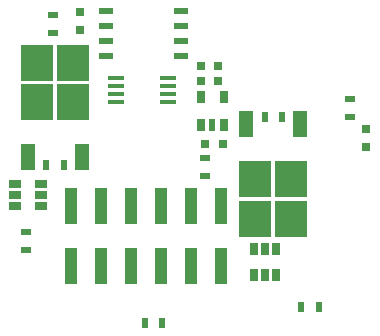
<source format=gbp>
G04 #@! TF.GenerationSoftware,KiCad,Pcbnew,(5.0.0)*
G04 #@! TF.CreationDate,2019-02-03T16:55:31-08:00*
G04 #@! TF.ProjectId,mlab100_Conn_PCB_1.5,6D6C61623130305F436F6E6E5F504342,rev?*
G04 #@! TF.SameCoordinates,Original*
G04 #@! TF.FileFunction,Paste,Bot*
G04 #@! TF.FilePolarity,Positive*
%FSLAX46Y46*%
G04 Gerber Fmt 4.6, Leading zero omitted, Abs format (unit mm)*
G04 Created by KiCad (PCBNEW (5.0.0)) date 02/03/19 16:55:31*
%MOMM*%
%LPD*%
G01*
G04 APERTURE LIST*
%ADD10R,0.750000X0.800000*%
%ADD11R,1.400000X0.450000*%
%ADD12R,0.800000X1.000000*%
%ADD13R,0.600000X1.000000*%
%ADD14R,1.143000X0.508000*%
%ADD15R,1.000000X3.150000*%
%ADD16R,1.200000X2.200000*%
%ADD17R,2.750000X3.050000*%
%ADD18R,0.650000X1.060000*%
%ADD19R,1.060000X0.650000*%
%ADD20R,0.900000X0.500000*%
%ADD21R,0.500000X0.900000*%
%ADD22R,0.800000X0.750000*%
G04 APERTURE END LIST*
D10*
G04 #@! TO.C,C9*
X38720000Y-18910000D03*
X38720000Y-17410000D03*
G04 #@! TD*
D11*
G04 #@! TO.C,IC4*
X17560000Y-15085000D03*
X17560000Y-14435000D03*
X17560000Y-13785000D03*
X17560000Y-13135000D03*
X21960000Y-13135000D03*
X21960000Y-13785000D03*
X21960000Y-14435000D03*
X21960000Y-15085000D03*
G04 #@! TD*
D12*
G04 #@! TO.C,IC3*
X26638000Y-17104000D03*
D13*
X25688000Y-17104000D03*
D12*
X24738000Y-17104000D03*
X24738000Y-14704000D03*
X26638000Y-14704000D03*
G04 #@! TD*
D14*
G04 #@! TO.C,U3*
X23021000Y-7395000D03*
X23021000Y-8665000D03*
X23021000Y-9935000D03*
X23021000Y-11205000D03*
X16671000Y-11205000D03*
X16671000Y-9935000D03*
X16671000Y-8665000D03*
X16671000Y-7395000D03*
G04 #@! TD*
D15*
G04 #@! TO.C,J3*
X26450000Y-29005000D03*
X26450000Y-23955000D03*
X23910000Y-29005000D03*
X23910000Y-23955000D03*
X21370000Y-29005000D03*
X21370000Y-23955000D03*
X18830000Y-29005000D03*
X18830000Y-23955000D03*
X16290000Y-29005000D03*
X16290000Y-23955000D03*
X13750000Y-29005000D03*
X13750000Y-23955000D03*
G04 #@! TD*
D16*
G04 #@! TO.C,Q1*
X28570000Y-17030000D03*
X33130000Y-17030000D03*
D17*
X32375000Y-25005000D03*
X29325000Y-21655000D03*
X29325000Y-25005000D03*
X32375000Y-21655000D03*
G04 #@! TD*
G04 #@! TO.C,Q3*
X10825000Y-15155000D03*
X13875000Y-11805000D03*
X13875000Y-15155000D03*
X10825000Y-11805000D03*
D16*
X10070000Y-19780000D03*
X14630000Y-19780000D03*
G04 #@! TD*
D18*
G04 #@! TO.C,IC1*
X31110000Y-29790000D03*
X30160000Y-29790000D03*
X29210000Y-29790000D03*
X29210000Y-27590000D03*
X31110000Y-27590000D03*
X30160000Y-27590000D03*
G04 #@! TD*
D19*
G04 #@! TO.C,IC2*
X11200000Y-22980000D03*
X11200000Y-23930000D03*
X11200000Y-22030000D03*
X9000000Y-22030000D03*
X9000000Y-22980000D03*
X9000000Y-23930000D03*
G04 #@! TD*
D20*
G04 #@! TO.C,R10*
X37370000Y-14910000D03*
X37370000Y-16410000D03*
G04 #@! TD*
G04 #@! TO.C,R11*
X12226000Y-7788000D03*
X12226000Y-9288000D03*
G04 #@! TD*
D21*
G04 #@! TO.C,R12*
X34700000Y-32450000D03*
X33200000Y-32450000D03*
G04 #@! TD*
D20*
G04 #@! TO.C,R13*
X9940000Y-26130000D03*
X9940000Y-27630000D03*
G04 #@! TD*
D21*
G04 #@! TO.C,R14*
X21440000Y-33810000D03*
X19940000Y-33810000D03*
G04 #@! TD*
G04 #@! TO.C,R15*
X30100000Y-16380000D03*
X31600000Y-16380000D03*
G04 #@! TD*
G04 #@! TO.C,R16*
X13100000Y-20430000D03*
X11600000Y-20430000D03*
G04 #@! TD*
D10*
G04 #@! TO.C,C10*
X14512000Y-9022000D03*
X14512000Y-7522000D03*
G04 #@! TD*
D22*
G04 #@! TO.C,C1*
X26600000Y-18670000D03*
X25100000Y-18670000D03*
G04 #@! TD*
G04 #@! TO.C,C2*
X26184000Y-13364000D03*
X24684000Y-13364000D03*
G04 #@! TD*
G04 #@! TO.C,C5*
X24684000Y-12094000D03*
X26184000Y-12094000D03*
G04 #@! TD*
D20*
G04 #@! TO.C,JP1*
X25080000Y-19910000D03*
X25080000Y-21410000D03*
G04 #@! TD*
M02*

</source>
